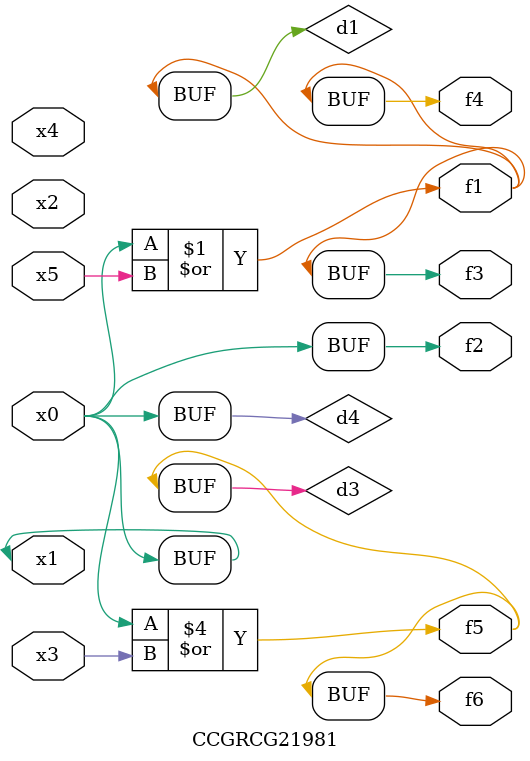
<source format=v>
module CCGRCG21981(
	input x0, x1, x2, x3, x4, x5,
	output f1, f2, f3, f4, f5, f6
);

	wire d1, d2, d3, d4;

	or (d1, x0, x5);
	xnor (d2, x1, x4);
	or (d3, x0, x3);
	buf (d4, x0, x1);
	assign f1 = d1;
	assign f2 = d4;
	assign f3 = d1;
	assign f4 = d1;
	assign f5 = d3;
	assign f6 = d3;
endmodule

</source>
